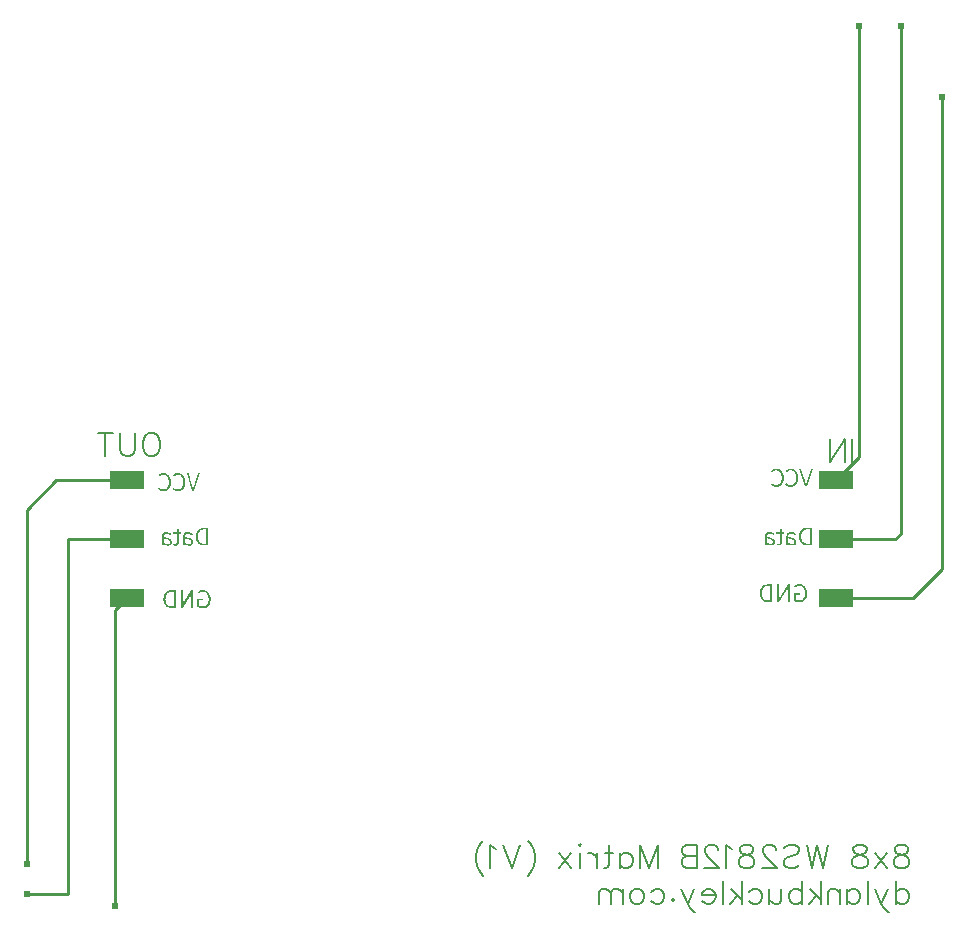
<source format=gbl>
G04 ---------------------------- Layer name :BOTTOM LAYER*
G04 EasyEDA v5.8.22, Sat, 19 Jan 2019 18:17:00 GMT*
G04 b8eca77e87294b629a6419249ffa979f*
G04 Gerber Generator version 0.2*
G04 Scale: 100 percent, Rotated: No, Reflected: No *
G04 Dimensions in millimeters *
G04 leading zeros omitted , absolute positions ,3 integer and 3 decimal *
%FSLAX33Y33*%
%MOMM*%
G90*
G71D02*

%ADD10C,0.254000*%
%ADD12C,0.619760*%
%ADD15C,0.203200*%
%ADD16R,2.999994X1.524000*%

%LPD*%
G54D10*
G01X8999Y3999D02*
G01X8999Y28999D01*
G01X9999Y29999D01*
G01X1501Y5001D02*
G01X5001Y5001D01*
G01X5001Y34998D01*
G01X9999Y34998D01*
G01X1499Y7999D02*
G01X1499Y7499D01*
G01X1501Y37500D01*
G01X4000Y39999D01*
G01X9999Y39999D01*
G01X79001Y72498D02*
G01X79001Y32501D01*
G01X76499Y29999D01*
G01X69999Y29999D01*
G01X69999Y34999D02*
G01X74999Y34999D01*
G01X75499Y35499D01*
G01X75499Y78496D01*
G01X75501Y78498D01*
G01X71999Y78499D02*
G01X71999Y41999D01*
G01X69999Y39999D01*

%LPD*%
G36*
G01X64593Y34491D02*
G01X64528Y34486D01*
G01X64476Y34489D01*
G01X64426Y34498D01*
G01X64377Y34513D01*
G01X64330Y34532D01*
G01X64284Y34556D01*
G01X64240Y34583D01*
G01X64197Y34613D01*
G01X64157Y34646D01*
G01X64152Y34646D01*
G01X64137Y34511D01*
G01X63999Y34511D01*
G01X63999Y35192D01*
G01X64001Y35256D01*
G01X64009Y35316D01*
G01X64020Y35373D01*
G01X64037Y35424D01*
G01X64059Y35471D01*
G01X64086Y35513D01*
G01X64119Y35549D01*
G01X64157Y35580D01*
G01X64202Y35604D01*
G01X64252Y35621D01*
G01X64309Y35633D01*
G01X64373Y35636D01*
G01X64437Y35633D01*
G01X64500Y35622D01*
G01X64559Y35607D01*
G01X64616Y35587D01*
G01X64668Y35565D01*
G01X64717Y35541D01*
G01X64760Y35516D01*
G01X64799Y35491D01*
G01X64731Y35377D01*
G01X64663Y35421D01*
G01X64584Y35460D01*
G01X64494Y35488D01*
G01X64398Y35499D01*
G01X64334Y35492D01*
G01X64282Y35474D01*
G01X64241Y35445D01*
G01X64210Y35407D01*
G01X64188Y35362D01*
G01X64174Y35313D01*
G01X64166Y35259D01*
G01X64164Y35204D01*
G01X64250Y35194D01*
G01X64330Y35181D01*
G01X64403Y35167D01*
G01X64470Y35152D01*
G01X64532Y35134D01*
G01X64588Y35114D01*
G01X64637Y35093D01*
G01X64682Y35069D01*
G01X64721Y35043D01*
G01X64754Y35015D01*
G01X64782Y34984D01*
G01X64805Y34951D01*
G01X64823Y34916D01*
G01X64836Y34878D01*
G01X64843Y34837D01*
G01X64845Y34793D01*
G01X64839Y34723D01*
G01X64821Y34661D01*
G01X64792Y34609D01*
G01X64754Y34565D01*
G01X64708Y34531D01*
G01X64653Y34506D01*
G01X64593Y34491D01*
G37*

%LPC*%
G36*
G01X64401Y34627D02*
G01X64482Y34618D01*
G01X64561Y34628D01*
G01X64625Y34661D01*
G01X64669Y34718D01*
G01X64685Y34803D01*
G01X64682Y34839D01*
G01X64673Y34873D01*
G01X64658Y34905D01*
G01X64636Y34935D01*
G01X64607Y34962D01*
G01X64570Y34987D01*
G01X64526Y35010D01*
G01X64472Y35031D01*
G01X64410Y35049D01*
G01X64338Y35066D01*
G01X64256Y35080D01*
G01X64164Y35093D01*
G01X64164Y34770D01*
G01X64245Y34705D01*
G01X64323Y34657D01*
G01X64401Y34627D01*
G37*

%LPD*%
G36*
G01X65222Y34492D02*
G01X65142Y34486D01*
G01X65095Y34489D01*
G01X65044Y34498D01*
G01X64995Y34511D01*
G01X64947Y34526D01*
G01X64980Y34648D01*
G01X65009Y34638D01*
G01X65042Y34629D01*
G01X65076Y34623D01*
G01X65109Y34620D01*
G01X65191Y34635D01*
G01X65243Y34678D01*
G01X65271Y34746D01*
G01X65280Y34836D01*
G01X65280Y35471D01*
G01X64977Y35471D01*
G01X64977Y35608D01*
G01X65280Y35608D01*
G01X65280Y35918D01*
G01X65422Y35918D01*
G01X65440Y35608D01*
G01X65612Y35598D01*
G01X65612Y35471D01*
G01X65445Y35471D01*
G01X65445Y34841D01*
G01X65441Y34764D01*
G01X65430Y34695D01*
G01X65410Y34635D01*
G01X65380Y34583D01*
G01X65339Y34542D01*
G01X65287Y34511D01*
G01X65222Y34492D01*
G37*

%LPC*%

%LPD*%
G36*
G01X66399Y34491D02*
G01X66334Y34486D01*
G01X66282Y34489D01*
G01X66232Y34498D01*
G01X66183Y34513D01*
G01X66136Y34532D01*
G01X66090Y34556D01*
G01X66046Y34583D01*
G01X66003Y34613D01*
G01X65963Y34646D01*
G01X65958Y34646D01*
G01X65942Y34511D01*
G01X65808Y34511D01*
G01X65808Y35192D01*
G01X65810Y35256D01*
G01X65817Y35316D01*
G01X65828Y35373D01*
G01X65845Y35424D01*
G01X65866Y35471D01*
G01X65893Y35513D01*
G01X65926Y35549D01*
G01X65964Y35580D01*
G01X66008Y35604D01*
G01X66059Y35621D01*
G01X66115Y35633D01*
G01X66179Y35636D01*
G01X66244Y35633D01*
G01X66307Y35622D01*
G01X66366Y35607D01*
G01X66423Y35587D01*
G01X66475Y35565D01*
G01X66523Y35541D01*
G01X66567Y35516D01*
G01X66605Y35491D01*
G01X66539Y35377D01*
G01X66470Y35421D01*
G01X66390Y35460D01*
G01X66301Y35488D01*
G01X66204Y35499D01*
G01X66140Y35492D01*
G01X66088Y35474D01*
G01X66048Y35445D01*
G01X66017Y35407D01*
G01X65995Y35362D01*
G01X65981Y35313D01*
G01X65973Y35259D01*
G01X65970Y35204D01*
G01X66056Y35194D01*
G01X66136Y35181D01*
G01X66209Y35167D01*
G01X66276Y35152D01*
G01X66338Y35134D01*
G01X66394Y35114D01*
G01X66444Y35093D01*
G01X66489Y35069D01*
G01X66528Y35043D01*
G01X66562Y35015D01*
G01X66590Y34984D01*
G01X66614Y34951D01*
G01X66631Y34916D01*
G01X66644Y34878D01*
G01X66651Y34837D01*
G01X66654Y34793D01*
G01X66647Y34723D01*
G01X66629Y34661D01*
G01X66600Y34609D01*
G01X66561Y34565D01*
G01X66514Y34531D01*
G01X66460Y34506D01*
G01X66399Y34491D01*
G37*

%LPC*%
G36*
G01X66207Y34627D02*
G01X66288Y34618D01*
G01X66367Y34628D01*
G01X66431Y34661D01*
G01X66475Y34718D01*
G01X66491Y34803D01*
G01X66488Y34839D01*
G01X66479Y34873D01*
G01X66464Y34905D01*
G01X66442Y34935D01*
G01X66413Y34962D01*
G01X66376Y34987D01*
G01X66332Y35010D01*
G01X66278Y35031D01*
G01X66216Y35049D01*
G01X66144Y35066D01*
G01X66062Y35080D01*
G01X65970Y35093D01*
G01X65970Y34770D01*
G01X66051Y34705D01*
G01X66129Y34657D01*
G01X66207Y34627D01*
G37*

%LPD*%
G36*
G01X67954Y34511D02*
G01X67583Y34511D01*
G01X67517Y34513D01*
G01X67454Y34519D01*
G01X67394Y34530D01*
G01X67338Y34544D01*
G01X67285Y34562D01*
G01X67235Y34585D01*
G01X67189Y34611D01*
G01X67146Y34640D01*
G01X67106Y34674D01*
G01X67070Y34710D01*
G01X67037Y34751D01*
G01X67007Y34794D01*
G01X66981Y34842D01*
G01X66958Y34892D01*
G01X66939Y34946D01*
G01X66923Y35003D01*
G01X66911Y35063D01*
G01X66902Y35126D01*
G01X66896Y35192D01*
G01X66895Y35260D01*
G01X66896Y35329D01*
G01X66902Y35394D01*
G01X66911Y35457D01*
G01X66923Y35517D01*
G01X66939Y35573D01*
G01X66958Y35626D01*
G01X66981Y35676D01*
G01X67007Y35723D01*
G01X67037Y35765D01*
G01X67070Y35805D01*
G01X67107Y35841D01*
G01X67147Y35874D01*
G01X67190Y35903D01*
G01X67237Y35928D01*
G01X67287Y35950D01*
G01X67340Y35967D01*
G01X67397Y35981D01*
G01X67458Y35991D01*
G01X67521Y35997D01*
G01X67588Y35999D01*
G01X67954Y35999D01*
G01X67954Y34511D01*
G37*

%LPC*%
G36*
G01X67538Y34651D02*
G01X67604Y34648D01*
G01X67787Y34648D01*
G01X67787Y35860D01*
G01X67604Y35860D01*
G01X67538Y35857D01*
G01X67476Y35850D01*
G01X67419Y35837D01*
G01X67366Y35820D01*
G01X67318Y35797D01*
G01X67274Y35770D01*
G01X67235Y35739D01*
G01X67199Y35703D01*
G01X67168Y35662D01*
G01X67141Y35617D01*
G01X67119Y35568D01*
G01X67100Y35515D01*
G01X67086Y35457D01*
G01X67076Y35395D01*
G01X67070Y35330D01*
G01X67068Y35260D01*
G01X67070Y35191D01*
G01X67076Y35125D01*
G01X67086Y35063D01*
G01X67100Y35005D01*
G01X67119Y34950D01*
G01X67141Y34900D01*
G01X67168Y34854D01*
G01X67199Y34812D01*
G01X67235Y34775D01*
G01X67274Y34742D01*
G01X67318Y34714D01*
G01X67366Y34690D01*
G01X67419Y34672D01*
G01X67476Y34659D01*
G01X67538Y34651D01*
G37*

%LPD*%
G54D15*
G01X12228Y43999D02*
G01X12413Y43907D01*
G01X12598Y43722D01*
G01X12690Y43538D01*
G01X12783Y43261D01*
G01X12783Y42799D01*
G01X12690Y42522D01*
G01X12598Y42337D01*
G01X12413Y42152D01*
G01X12228Y42060D01*
G01X11859Y42060D01*
G01X11674Y42152D01*
G01X11490Y42337D01*
G01X11397Y42522D01*
G01X11305Y42799D01*
G01X11305Y43261D01*
G01X11397Y43538D01*
G01X11490Y43722D01*
G01X11674Y43907D01*
G01X11859Y43999D01*
G01X12228Y43999D01*
G01X10695Y43999D02*
G01X10695Y42614D01*
G01X10603Y42337D01*
G01X10418Y42152D01*
G01X10141Y42060D01*
G01X9956Y42060D01*
G01X9679Y42152D01*
G01X9495Y42337D01*
G01X9402Y42614D01*
G01X9402Y43999D01*
G01X8146Y43999D02*
G01X8146Y42060D01*
G01X8793Y43999D02*
G01X7499Y43999D01*
G01X71402Y43499D02*
G01X71402Y41560D01*
G01X70793Y43499D02*
G01X70793Y41560D01*
G01X70793Y43499D02*
G01X69499Y41560D01*
G01X69499Y43499D02*
G01X69499Y41560D01*
G01X75760Y9131D02*
G01X76040Y9037D01*
G01X76131Y8854D01*
G01X76131Y8669D01*
G01X76040Y8484D01*
G01X75854Y8392D01*
G01X75484Y8298D01*
G01X75207Y8207D01*
G01X75024Y8021D01*
G01X74930Y7838D01*
G01X74930Y7559D01*
G01X75024Y7376D01*
G01X75115Y7282D01*
G01X75392Y7191D01*
G01X75760Y7191D01*
G01X76040Y7282D01*
G01X76131Y7376D01*
G01X76223Y7559D01*
G01X76223Y7838D01*
G01X76131Y8021D01*
G01X75946Y8207D01*
G01X75669Y8298D01*
G01X75301Y8392D01*
G01X75115Y8484D01*
G01X75024Y8669D01*
G01X75024Y8854D01*
G01X75115Y9037D01*
G01X75392Y9131D01*
G01X75760Y9131D01*
G01X74320Y8484D02*
G01X73304Y7191D01*
G01X73304Y8484D02*
G01X74320Y7191D01*
G01X72232Y9131D02*
G01X72509Y9037D01*
G01X72603Y8854D01*
G01X72603Y8669D01*
G01X72509Y8484D01*
G01X72326Y8392D01*
G01X71956Y8298D01*
G01X71679Y8207D01*
G01X71493Y8021D01*
G01X71402Y7838D01*
G01X71402Y7559D01*
G01X71493Y7376D01*
G01X71587Y7282D01*
G01X71864Y7191D01*
G01X72232Y7191D01*
G01X72509Y7282D01*
G01X72603Y7376D01*
G01X72695Y7559D01*
G01X72695Y7838D01*
G01X72603Y8021D01*
G01X72418Y8207D01*
G01X72141Y8298D01*
G01X71773Y8392D01*
G01X71587Y8484D01*
G01X71493Y8669D01*
G01X71493Y8854D01*
G01X71587Y9037D01*
G01X71864Y9131D01*
G01X72232Y9131D01*
G01X69370Y9131D02*
G01X68908Y7191D01*
G01X68445Y9131D02*
G01X68908Y7191D01*
G01X68445Y9131D02*
G01X67986Y7191D01*
G01X67523Y9131D02*
G01X67986Y7191D01*
G01X65621Y8854D02*
G01X65804Y9037D01*
G01X66083Y9131D01*
G01X66451Y9131D01*
G01X66728Y9037D01*
G01X66914Y8854D01*
G01X66914Y8669D01*
G01X66820Y8484D01*
G01X66728Y8392D01*
G01X66543Y8298D01*
G01X65989Y8115D01*
G01X65804Y8021D01*
G01X65712Y7930D01*
G01X65621Y7744D01*
G01X65621Y7468D01*
G01X65804Y7282D01*
G01X66083Y7191D01*
G01X66451Y7191D01*
G01X66728Y7282D01*
G01X66914Y7468D01*
G01X64917Y8669D02*
G01X64917Y8760D01*
G01X64826Y8946D01*
G01X64734Y9037D01*
G01X64549Y9131D01*
G01X64178Y9131D01*
G01X63995Y9037D01*
G01X63901Y8946D01*
G01X63810Y8760D01*
G01X63810Y8575D01*
G01X63901Y8392D01*
G01X64087Y8115D01*
G01X65011Y7191D01*
G01X63718Y7191D01*
G01X62646Y9131D02*
G01X62923Y9037D01*
G01X63015Y8854D01*
G01X63015Y8669D01*
G01X62923Y8484D01*
G01X62738Y8392D01*
G01X62370Y8298D01*
G01X62093Y8207D01*
G01X61907Y8021D01*
G01X61816Y7838D01*
G01X61816Y7559D01*
G01X61907Y7376D01*
G01X61999Y7282D01*
G01X62276Y7191D01*
G01X62646Y7191D01*
G01X62923Y7282D01*
G01X63015Y7376D01*
G01X63109Y7559D01*
G01X63109Y7838D01*
G01X63015Y8021D01*
G01X62832Y8207D01*
G01X62552Y8298D01*
G01X62184Y8392D01*
G01X61999Y8484D01*
G01X61907Y8669D01*
G01X61907Y8854D01*
G01X61999Y9037D01*
G01X62276Y9131D01*
G01X62646Y9131D01*
G01X61206Y8760D02*
G01X61021Y8854D01*
G01X60744Y9131D01*
G01X60744Y7191D01*
G01X60040Y8669D02*
G01X60040Y8760D01*
G01X59949Y8946D01*
G01X59858Y9037D01*
G01X59672Y9131D01*
G01X59301Y9131D01*
G01X59118Y9037D01*
G01X59024Y8946D01*
G01X58933Y8760D01*
G01X58933Y8575D01*
G01X59024Y8392D01*
G01X59210Y8115D01*
G01X60134Y7191D01*
G01X58842Y7191D01*
G01X58232Y9131D02*
G01X58232Y7191D01*
G01X58232Y9131D02*
G01X57399Y9131D01*
G01X57122Y9037D01*
G01X57031Y8946D01*
G01X56939Y8760D01*
G01X56939Y8575D01*
G01X57031Y8392D01*
G01X57122Y8298D01*
G01X57399Y8207D01*
G01X58232Y8207D02*
G01X57399Y8207D01*
G01X57122Y8115D01*
G01X57031Y8021D01*
G01X56939Y7838D01*
G01X56939Y7559D01*
G01X57031Y7376D01*
G01X57122Y7282D01*
G01X57399Y7191D01*
G01X58232Y7191D01*
G01X54907Y9131D02*
G01X54907Y7191D01*
G01X54907Y9131D02*
G01X54168Y7191D01*
G01X53429Y9131D02*
G01X54168Y7191D01*
G01X53429Y9131D02*
G01X53429Y7191D01*
G01X51709Y8484D02*
G01X51709Y7191D01*
G01X51709Y8207D02*
G01X51895Y8392D01*
G01X52080Y8484D01*
G01X52357Y8484D01*
G01X52542Y8392D01*
G01X52725Y8207D01*
G01X52819Y7930D01*
G01X52819Y7744D01*
G01X52725Y7468D01*
G01X52542Y7282D01*
G01X52357Y7191D01*
G01X52080Y7191D01*
G01X51895Y7282D01*
G01X51709Y7468D01*
G01X50823Y9131D02*
G01X50823Y7559D01*
G01X50731Y7282D01*
G01X50546Y7191D01*
G01X50360Y7191D01*
G01X51100Y8484D02*
G01X50454Y8484D01*
G01X49751Y8484D02*
G01X49751Y7191D01*
G01X49751Y7930D02*
G01X49659Y8207D01*
G01X49474Y8392D01*
G01X49291Y8484D01*
G01X49014Y8484D01*
G01X48405Y9131D02*
G01X48311Y9037D01*
G01X48219Y9131D01*
G01X48311Y9223D01*
G01X48405Y9131D01*
G01X48311Y8484D02*
G01X48311Y7191D01*
G01X47610Y8484D02*
G01X46594Y7191D01*
G01X46594Y8484D02*
G01X47610Y7191D01*
G01X43914Y9500D02*
G01X44099Y9314D01*
G01X44285Y9037D01*
G01X44468Y8669D01*
G01X44562Y8207D01*
G01X44562Y7838D01*
G01X44468Y7376D01*
G01X44285Y7005D01*
G01X44099Y6728D01*
G01X43914Y6543D01*
G01X43304Y9131D02*
G01X42565Y7191D01*
G01X41826Y9131D02*
G01X42565Y7191D01*
G01X41216Y8760D02*
G01X41034Y8854D01*
G01X40757Y9131D01*
G01X40757Y7191D01*
G01X40147Y9500D02*
G01X39962Y9314D01*
G01X39776Y9037D01*
G01X39591Y8669D01*
G01X39499Y8207D01*
G01X39499Y7838D01*
G01X39591Y7376D01*
G01X39776Y7005D01*
G01X39962Y6728D01*
G01X40147Y6543D01*
G01X75115Y6083D02*
G01X75115Y4143D01*
G01X75115Y5159D02*
G01X75301Y5344D01*
G01X75484Y5436D01*
G01X75760Y5436D01*
G01X75946Y5344D01*
G01X76131Y5159D01*
G01X76223Y4882D01*
G01X76223Y4696D01*
G01X76131Y4420D01*
G01X75946Y4234D01*
G01X75760Y4143D01*
G01X75484Y4143D01*
G01X75301Y4234D01*
G01X75115Y4420D01*
G01X74414Y5436D02*
G01X73858Y4143D01*
G01X73304Y5436D02*
G01X73858Y4143D01*
G01X74043Y3774D01*
G01X74229Y3589D01*
G01X74414Y3495D01*
G01X74506Y3495D01*
G01X72695Y6083D02*
G01X72695Y4143D01*
G01X70978Y5436D02*
G01X70978Y4143D01*
G01X70978Y5159D02*
G01X71163Y5344D01*
G01X71346Y5436D01*
G01X71623Y5436D01*
G01X71808Y5344D01*
G01X71994Y5159D01*
G01X72085Y4882D01*
G01X72085Y4696D01*
G01X71994Y4420D01*
G01X71808Y4234D01*
G01X71623Y4143D01*
G01X71346Y4143D01*
G01X71163Y4234D01*
G01X70978Y4420D01*
G01X70368Y5436D02*
G01X70368Y4143D01*
G01X70368Y5067D02*
G01X70091Y5344D01*
G01X69906Y5436D01*
G01X69629Y5436D01*
G01X69443Y5344D01*
G01X69352Y5067D01*
G01X69352Y4143D01*
G01X68742Y6083D02*
G01X68742Y4143D01*
G01X67818Y5436D02*
G01X68742Y4511D01*
G01X68372Y4882D02*
G01X67726Y4143D01*
G01X67117Y6083D02*
G01X67117Y4143D01*
G01X67117Y5159D02*
G01X66931Y5344D01*
G01X66746Y5436D01*
G01X66469Y5436D01*
G01X66286Y5344D01*
G01X66101Y5159D01*
G01X66007Y4882D01*
G01X66007Y4696D01*
G01X66101Y4420D01*
G01X66286Y4234D01*
G01X66469Y4143D01*
G01X66746Y4143D01*
G01X66931Y4234D01*
G01X67117Y4420D01*
G01X65397Y5436D02*
G01X65397Y4511D01*
G01X65306Y4234D01*
G01X65120Y4143D01*
G01X64844Y4143D01*
G01X64661Y4234D01*
G01X64381Y4511D01*
G01X64381Y5436D02*
G01X64381Y4143D01*
G01X62664Y5159D02*
G01X62850Y5344D01*
G01X63035Y5436D01*
G01X63312Y5436D01*
G01X63495Y5344D01*
G01X63680Y5159D01*
G01X63772Y4882D01*
G01X63772Y4696D01*
G01X63680Y4420D01*
G01X63495Y4234D01*
G01X63312Y4143D01*
G01X63035Y4143D01*
G01X62850Y4234D01*
G01X62664Y4420D01*
G01X62055Y6083D02*
G01X62055Y4143D01*
G01X61130Y5436D02*
G01X62055Y4511D01*
G01X61686Y4882D02*
G01X61039Y4143D01*
G01X60429Y6083D02*
G01X60429Y4143D01*
G01X59819Y4882D02*
G01X58712Y4882D01*
G01X58712Y5067D01*
G01X58803Y5250D01*
G01X58895Y5344D01*
G01X59080Y5436D01*
G01X59357Y5436D01*
G01X59543Y5344D01*
G01X59728Y5159D01*
G01X59819Y4882D01*
G01X59819Y4696D01*
G01X59728Y4420D01*
G01X59543Y4234D01*
G01X59357Y4143D01*
G01X59080Y4143D01*
G01X58895Y4234D01*
G01X58712Y4420D01*
G01X58008Y5436D02*
G01X57455Y4143D01*
G01X56901Y5436D02*
G01X57455Y4143D01*
G01X57640Y3774D01*
G01X57826Y3589D01*
G01X58008Y3495D01*
G01X58102Y3495D01*
G01X56200Y4605D02*
G01X56291Y4511D01*
G01X56200Y4420D01*
G01X56106Y4511D01*
G01X56200Y4605D01*
G01X54389Y5159D02*
G01X54574Y5344D01*
G01X54757Y5436D01*
G01X55034Y5436D01*
G01X55219Y5344D01*
G01X55405Y5159D01*
G01X55496Y4882D01*
G01X55496Y4696D01*
G01X55405Y4420D01*
G01X55219Y4234D01*
G01X55034Y4143D01*
G01X54757Y4143D01*
G01X54574Y4234D01*
G01X54389Y4420D01*
G01X53317Y5436D02*
G01X53502Y5344D01*
G01X53688Y5159D01*
G01X53779Y4882D01*
G01X53779Y4696D01*
G01X53688Y4420D01*
G01X53502Y4234D01*
G01X53317Y4143D01*
G01X53040Y4143D01*
G01X52855Y4234D01*
G01X52672Y4420D01*
G01X52578Y4696D01*
G01X52578Y4882D01*
G01X52672Y5159D01*
G01X52855Y5344D01*
G01X53040Y5436D01*
G01X53317Y5436D01*
G01X51968Y5436D02*
G01X51968Y4143D01*
G01X51968Y5067D02*
G01X51691Y5344D01*
G01X51506Y5436D01*
G01X51229Y5436D01*
G01X51046Y5344D01*
G01X50952Y5067D01*
G01X50952Y4143D01*
G01X50952Y5067D02*
G01X50675Y5344D01*
G01X50490Y5436D01*
G01X50213Y5436D01*
G01X50030Y5344D01*
G01X49936Y5067D01*
G01X49936Y4143D01*

%LPD*%
G36*
G01X65006Y39462D02*
G01X64951Y39460D01*
G01X64881Y39463D01*
G01X64816Y39474D01*
G01X64754Y39491D01*
G01X64696Y39515D01*
G01X64642Y39546D01*
G01X64591Y39582D01*
G01X64544Y39625D01*
G01X64499Y39673D01*
G01X64591Y39777D01*
G01X64628Y39739D01*
G01X64667Y39705D01*
G01X64708Y39676D01*
G01X64750Y39651D01*
G01X64795Y39633D01*
G01X64842Y39619D01*
G01X64891Y39610D01*
G01X64944Y39607D01*
G01X64998Y39610D01*
G01X65048Y39618D01*
G01X65096Y39632D01*
G01X65141Y39651D01*
G01X65184Y39675D01*
G01X65223Y39704D01*
G01X65258Y39738D01*
G01X65291Y39776D01*
G01X65320Y39819D01*
G01X65346Y39866D01*
G01X65367Y39918D01*
G01X65386Y39973D01*
G01X65400Y40032D01*
G01X65411Y40095D01*
G01X65417Y40162D01*
G01X65419Y40232D01*
G01X65417Y40303D01*
G01X65410Y40369D01*
G01X65399Y40432D01*
G01X65385Y40491D01*
G01X65366Y40546D01*
G01X65343Y40597D01*
G01X65317Y40644D01*
G01X65287Y40686D01*
G01X65254Y40724D01*
G01X65218Y40757D01*
G01X65177Y40786D01*
G01X65135Y40809D01*
G01X65089Y40828D01*
G01X65041Y40841D01*
G01X64990Y40849D01*
G01X64936Y40852D01*
G01X64844Y40842D01*
G01X64762Y40812D01*
G01X64691Y40768D01*
G01X64629Y40710D01*
G01X64535Y40819D01*
G01X64570Y40854D01*
G01X64609Y40887D01*
G01X64653Y40917D01*
G01X64701Y40944D01*
G01X64755Y40967D01*
G01X64812Y40984D01*
G01X64873Y40996D01*
G01X64939Y40999D01*
G01X64995Y40997D01*
G01X65048Y40991D01*
G01X65101Y40980D01*
G01X65151Y40965D01*
G01X65199Y40946D01*
G01X65245Y40923D01*
G01X65290Y40897D01*
G01X65331Y40866D01*
G01X65370Y40832D01*
G01X65406Y40793D01*
G01X65440Y40752D01*
G01X65470Y40707D01*
G01X65497Y40658D01*
G01X65522Y40606D01*
G01X65543Y40552D01*
G01X65560Y40493D01*
G01X65574Y40432D01*
G01X65583Y40367D01*
G01X65589Y40300D01*
G01X65591Y40230D01*
G01X65589Y40159D01*
G01X65584Y40091D01*
G01X65574Y40026D01*
G01X65560Y39964D01*
G01X65543Y39906D01*
G01X65523Y39851D01*
G01X65499Y39799D01*
G01X65473Y39751D01*
G01X65443Y39705D01*
G01X65410Y39664D01*
G01X65374Y39626D01*
G01X65336Y39592D01*
G01X65295Y39562D01*
G01X65252Y39535D01*
G01X65207Y39513D01*
G01X65160Y39494D01*
G01X65110Y39479D01*
G01X65059Y39469D01*
G01X65006Y39462D01*
G37*

%LPC*%

%LPD*%
G36*
G01X66233Y39462D02*
G01X66178Y39460D01*
G01X66108Y39463D01*
G01X66043Y39474D01*
G01X65981Y39491D01*
G01X65923Y39515D01*
G01X65869Y39546D01*
G01X65818Y39582D01*
G01X65771Y39625D01*
G01X65726Y39673D01*
G01X65820Y39777D01*
G01X65857Y39739D01*
G01X65895Y39705D01*
G01X65935Y39676D01*
G01X65978Y39651D01*
G01X66022Y39633D01*
G01X66068Y39619D01*
G01X66118Y39610D01*
G01X66171Y39607D01*
G01X66224Y39610D01*
G01X66275Y39618D01*
G01X66323Y39632D01*
G01X66368Y39651D01*
G01X66410Y39675D01*
G01X66449Y39704D01*
G01X66485Y39738D01*
G01X66518Y39776D01*
G01X66547Y39819D01*
G01X66572Y39866D01*
G01X66594Y39918D01*
G01X66613Y39973D01*
G01X66627Y40032D01*
G01X66637Y40095D01*
G01X66644Y40162D01*
G01X66646Y40232D01*
G01X66644Y40303D01*
G01X66637Y40369D01*
G01X66626Y40432D01*
G01X66612Y40491D01*
G01X66593Y40546D01*
G01X66570Y40597D01*
G01X66544Y40644D01*
G01X66514Y40686D01*
G01X66481Y40724D01*
G01X66445Y40757D01*
G01X66405Y40786D01*
G01X66363Y40809D01*
G01X66317Y40828D01*
G01X66270Y40841D01*
G01X66219Y40849D01*
G01X66165Y40852D01*
G01X66072Y40842D01*
G01X65990Y40812D01*
G01X65918Y40768D01*
G01X65856Y40710D01*
G01X65762Y40819D01*
G01X65797Y40854D01*
G01X65836Y40887D01*
G01X65880Y40917D01*
G01X65928Y40944D01*
G01X65982Y40967D01*
G01X66038Y40984D01*
G01X66100Y40996D01*
G01X66165Y40999D01*
G01X66221Y40997D01*
G01X66275Y40991D01*
G01X66328Y40980D01*
G01X66378Y40965D01*
G01X66426Y40946D01*
G01X66472Y40923D01*
G01X66517Y40897D01*
G01X66558Y40866D01*
G01X66597Y40832D01*
G01X66633Y40793D01*
G01X66666Y40752D01*
G01X66697Y40707D01*
G01X66724Y40658D01*
G01X66749Y40606D01*
G01X66769Y40552D01*
G01X66787Y40493D01*
G01X66800Y40432D01*
G01X66810Y40367D01*
G01X66816Y40300D01*
G01X66818Y40230D01*
G01X66816Y40159D01*
G01X66811Y40091D01*
G01X66800Y40026D01*
G01X66787Y39964D01*
G01X66770Y39906D01*
G01X66750Y39851D01*
G01X66726Y39799D01*
G01X66699Y39751D01*
G01X66669Y39705D01*
G01X66636Y39664D01*
G01X66601Y39626D01*
G01X66563Y39592D01*
G01X66522Y39562D01*
G01X66479Y39535D01*
G01X66434Y39513D01*
G01X66386Y39494D01*
G01X66337Y39479D01*
G01X66286Y39469D01*
G01X66233Y39462D01*
G37*

%LPC*%

%LPD*%
G36*
G01X67588Y39485D02*
G01X67395Y39485D01*
G01X66917Y40974D01*
G01X67090Y40974D01*
G01X67334Y40151D01*
G01X67354Y40087D01*
G01X67373Y40025D01*
G01X67391Y39965D01*
G01X67425Y39847D01*
G01X67444Y39787D01*
G01X67463Y39725D01*
G01X67484Y39661D01*
G01X67491Y39661D01*
G01X67512Y39725D01*
G01X67531Y39787D01*
G01X67550Y39847D01*
G01X67584Y39965D01*
G01X67602Y40025D01*
G01X67619Y40087D01*
G01X67639Y40151D01*
G01X67888Y40974D01*
G01X68065Y40974D01*
G01X67588Y39485D01*
G37*

%LPC*%

%LPD*%

%LPD*%
G36*
G01X66966Y29684D02*
G01X66908Y29682D01*
G01X66835Y29685D01*
G01X66765Y29695D01*
G01X66701Y29710D01*
G01X66640Y29730D01*
G01X66585Y29755D01*
G01X66535Y29784D01*
G01X66490Y29817D01*
G01X66451Y29852D01*
G01X66451Y30469D01*
G01X66931Y30469D01*
G01X66931Y30330D01*
G01X66608Y30330D01*
G01X66608Y29923D01*
G01X66662Y29884D01*
G01X66730Y29854D01*
G01X66808Y29836D01*
G01X66890Y29829D01*
G01X66949Y29832D01*
G01X67005Y29840D01*
G01X67057Y29854D01*
G01X67105Y29873D01*
G01X67150Y29897D01*
G01X67192Y29926D01*
G01X67230Y29959D01*
G01X67264Y29998D01*
G01X67294Y30041D01*
G01X67321Y30088D01*
G01X67344Y30139D01*
G01X67362Y30195D01*
G01X67377Y30254D01*
G01X67387Y30317D01*
G01X67394Y30384D01*
G01X67396Y30454D01*
G01X67394Y30524D01*
G01X67387Y30591D01*
G01X67376Y30654D01*
G01X67360Y30713D01*
G01X67341Y30768D01*
G01X67318Y30819D01*
G01X67290Y30866D01*
G01X67259Y30908D01*
G01X67225Y30946D01*
G01X67187Y30979D01*
G01X67145Y31007D01*
G01X67100Y31031D01*
G01X67052Y31049D01*
G01X67001Y31063D01*
G01X66947Y31071D01*
G01X66890Y31074D01*
G01X66785Y31063D01*
G01X66697Y31032D01*
G01X66624Y30987D01*
G01X66563Y30932D01*
G01X66471Y31041D01*
G01X66505Y31073D01*
G01X66544Y31105D01*
G01X66588Y31136D01*
G01X66638Y31163D01*
G01X66693Y31187D01*
G01X66754Y31205D01*
G01X66822Y31217D01*
G01X66895Y31221D01*
G01X66953Y31219D01*
G01X67009Y31213D01*
G01X67064Y31202D01*
G01X67115Y31187D01*
G01X67166Y31168D01*
G01X67213Y31145D01*
G01X67259Y31119D01*
G01X67301Y31088D01*
G01X67342Y31054D01*
G01X67379Y31015D01*
G01X67413Y30974D01*
G01X67444Y30929D01*
G01X67473Y30880D01*
G01X67497Y30828D01*
G01X67518Y30773D01*
G01X67536Y30715D01*
G01X67550Y30654D01*
G01X67560Y30589D01*
G01X67567Y30522D01*
G01X67569Y30452D01*
G01X67567Y30380D01*
G01X67560Y30313D01*
G01X67551Y30248D01*
G01X67537Y30186D01*
G01X67520Y30127D01*
G01X67499Y30073D01*
G01X67475Y30021D01*
G01X67448Y29972D01*
G01X67418Y29927D01*
G01X67384Y29886D01*
G01X67348Y29848D01*
G01X67308Y29814D01*
G01X67267Y29784D01*
G01X67222Y29757D01*
G01X67175Y29734D01*
G01X67126Y29715D01*
G01X67075Y29701D01*
G01X67021Y29691D01*
G01X66966Y29684D01*
G37*

%LPC*%

%LPD*%
G36*
G01X64632Y29707D02*
G01X64262Y29707D01*
G01X64195Y29709D01*
G01X64132Y29715D01*
G01X64073Y29726D01*
G01X64016Y29740D01*
G01X63963Y29759D01*
G01X63914Y29781D01*
G01X63867Y29807D01*
G01X63824Y29836D01*
G01X63784Y29870D01*
G01X63748Y29907D01*
G01X63715Y29947D01*
G01X63685Y29991D01*
G01X63659Y30038D01*
G01X63636Y30089D01*
G01X63617Y30142D01*
G01X63601Y30199D01*
G01X63589Y30259D01*
G01X63580Y30322D01*
G01X63575Y30388D01*
G01X63573Y30457D01*
G01X63575Y30525D01*
G01X63580Y30591D01*
G01X63589Y30654D01*
G01X63602Y30713D01*
G01X63617Y30769D01*
G01X63637Y30822D01*
G01X63660Y30872D01*
G01X63685Y30919D01*
G01X63715Y30962D01*
G01X63748Y31002D01*
G01X63785Y31038D01*
G01X63825Y31070D01*
G01X63868Y31099D01*
G01X63915Y31125D01*
G01X63965Y31146D01*
G01X64019Y31164D01*
G01X64076Y31177D01*
G01X64136Y31188D01*
G01X64200Y31194D01*
G01X64267Y31196D01*
G01X64632Y31196D01*
G01X64632Y29707D01*
G37*

%LPC*%
G36*
G01X64216Y29847D02*
G01X64282Y29845D01*
G01X64465Y29845D01*
G01X64465Y31056D01*
G01X64282Y31056D01*
G01X64216Y31054D01*
G01X64155Y31046D01*
G01X64098Y31033D01*
G01X64046Y31016D01*
G01X63998Y30994D01*
G01X63954Y30967D01*
G01X63914Y30935D01*
G01X63878Y30899D01*
G01X63847Y30858D01*
G01X63821Y30814D01*
G01X63798Y30764D01*
G01X63779Y30711D01*
G01X63765Y30653D01*
G01X63754Y30592D01*
G01X63748Y30526D01*
G01X63746Y30457D01*
G01X63748Y30388D01*
G01X63754Y30322D01*
G01X63765Y30260D01*
G01X63779Y30201D01*
G01X63798Y30147D01*
G01X63821Y30096D01*
G01X63847Y30050D01*
G01X63878Y30009D01*
G01X63914Y29971D01*
G01X63954Y29938D01*
G01X63998Y29910D01*
G01X64046Y29887D01*
G01X64098Y29868D01*
G01X64155Y29855D01*
G01X64216Y29847D01*
G37*

%LPD*%
G36*
G01X65222Y29707D02*
G01X65049Y29707D01*
G01X65049Y31196D01*
G01X65209Y31196D01*
G01X65209Y30391D01*
G01X65208Y30333D01*
G01X65207Y30275D01*
G01X65204Y30216D01*
G01X65201Y30157D01*
G01X65198Y30099D01*
G01X65194Y30040D01*
G01X65190Y29983D01*
G01X65186Y29926D01*
G01X65196Y29926D01*
G01X65356Y30231D01*
G01X65920Y31196D01*
G01X66093Y31196D01*
G01X66093Y29707D01*
G01X65933Y29707D01*
G01X65933Y30523D01*
G01X65933Y30581D01*
G01X65935Y30638D01*
G01X65940Y30752D01*
G01X65943Y30808D01*
G01X65947Y30864D01*
G01X65950Y30919D01*
G01X65953Y30975D01*
G01X65943Y30975D01*
G01X65780Y30670D01*
G01X65222Y29707D01*
G37*

%LPC*%

%LPD*%

%LPD*%
G36*
G01X13119Y39090D02*
G01X13064Y39088D01*
G01X12994Y39092D01*
G01X12928Y39102D01*
G01X12867Y39119D01*
G01X12809Y39143D01*
G01X12754Y39173D01*
G01X12704Y39210D01*
G01X12656Y39253D01*
G01X12612Y39301D01*
G01X12704Y39406D01*
G01X12741Y39367D01*
G01X12780Y39333D01*
G01X12820Y39303D01*
G01X12863Y39280D01*
G01X12907Y39260D01*
G01X12955Y39247D01*
G01X13004Y39238D01*
G01X13057Y39235D01*
G01X13110Y39238D01*
G01X13161Y39247D01*
G01X13209Y39260D01*
G01X13254Y39279D01*
G01X13296Y39303D01*
G01X13336Y39332D01*
G01X13371Y39365D01*
G01X13404Y39404D01*
G01X13433Y39447D01*
G01X13458Y39494D01*
G01X13480Y39545D01*
G01X13499Y39601D01*
G01X13513Y39660D01*
G01X13523Y39723D01*
G01X13530Y39790D01*
G01X13532Y39860D01*
G01X13530Y39930D01*
G01X13523Y39997D01*
G01X13512Y40060D01*
G01X13497Y40119D01*
G01X13478Y40174D01*
G01X13456Y40225D01*
G01X13429Y40272D01*
G01X13400Y40314D01*
G01X13367Y40351D01*
G01X13330Y40385D01*
G01X13290Y40413D01*
G01X13248Y40437D01*
G01X13202Y40456D01*
G01X13154Y40469D01*
G01X13102Y40477D01*
G01X13049Y40480D01*
G01X12957Y40469D01*
G01X12875Y40440D01*
G01X12804Y40395D01*
G01X12742Y40338D01*
G01X12648Y40447D01*
G01X12682Y40482D01*
G01X12722Y40515D01*
G01X12766Y40545D01*
G01X12814Y40572D01*
G01X12867Y40595D01*
G01X12925Y40612D01*
G01X12986Y40623D01*
G01X13052Y40627D01*
G01X13107Y40625D01*
G01X13161Y40619D01*
G01X13214Y40608D01*
G01X13264Y40593D01*
G01X13312Y40574D01*
G01X13358Y40551D01*
G01X13402Y40524D01*
G01X13444Y40494D01*
G01X13483Y40460D01*
G01X13519Y40422D01*
G01X13552Y40380D01*
G01X13583Y40335D01*
G01X13610Y40286D01*
G01X13634Y40235D01*
G01X13655Y40179D01*
G01X13672Y40121D01*
G01X13686Y40059D01*
G01X13696Y39995D01*
G01X13702Y39928D01*
G01X13704Y39858D01*
G01X13702Y39787D01*
G01X13696Y39718D01*
G01X13687Y39654D01*
G01X13673Y39592D01*
G01X13656Y39534D01*
G01X13636Y39479D01*
G01X13612Y39426D01*
G01X13585Y39378D01*
G01X13555Y39333D01*
G01X13522Y39292D01*
G01X13487Y39254D01*
G01X13449Y39220D01*
G01X13408Y39190D01*
G01X13365Y39163D01*
G01X13320Y39140D01*
G01X13272Y39122D01*
G01X13223Y39107D01*
G01X13171Y39097D01*
G01X13119Y39090D01*
G37*

%LPC*%

%LPD*%
G36*
G01X14345Y39090D02*
G01X14291Y39088D01*
G01X14221Y39092D01*
G01X14155Y39102D01*
G01X14093Y39119D01*
G01X14036Y39143D01*
G01X13981Y39173D01*
G01X13931Y39210D01*
G01X13883Y39253D01*
G01X13839Y39301D01*
G01X13933Y39406D01*
G01X13970Y39367D01*
G01X14008Y39333D01*
G01X14048Y39303D01*
G01X14090Y39280D01*
G01X14135Y39260D01*
G01X14181Y39247D01*
G01X14231Y39238D01*
G01X14283Y39235D01*
G01X14337Y39238D01*
G01X14388Y39247D01*
G01X14436Y39260D01*
G01X14481Y39279D01*
G01X14523Y39303D01*
G01X14562Y39332D01*
G01X14598Y39365D01*
G01X14630Y39404D01*
G01X14659Y39447D01*
G01X14685Y39494D01*
G01X14707Y39545D01*
G01X14725Y39601D01*
G01X14740Y39660D01*
G01X14750Y39723D01*
G01X14756Y39790D01*
G01X14758Y39860D01*
G01X14756Y39930D01*
G01X14750Y39997D01*
G01X14739Y40060D01*
G01X14724Y40119D01*
G01X14706Y40174D01*
G01X14683Y40225D01*
G01X14657Y40272D01*
G01X14627Y40314D01*
G01X14594Y40351D01*
G01X14557Y40385D01*
G01X14518Y40413D01*
G01X14475Y40437D01*
G01X14430Y40456D01*
G01X14382Y40469D01*
G01X14332Y40477D01*
G01X14278Y40480D01*
G01X14185Y40469D01*
G01X14103Y40440D01*
G01X14030Y40395D01*
G01X13968Y40338D01*
G01X13875Y40447D01*
G01X13909Y40482D01*
G01X13949Y40515D01*
G01X13993Y40545D01*
G01X14041Y40572D01*
G01X14094Y40595D01*
G01X14151Y40612D01*
G01X14213Y40623D01*
G01X14278Y40627D01*
G01X14334Y40625D01*
G01X14388Y40619D01*
G01X14440Y40608D01*
G01X14491Y40593D01*
G01X14539Y40574D01*
G01X14585Y40551D01*
G01X14629Y40524D01*
G01X14671Y40494D01*
G01X14710Y40460D01*
G01X14746Y40422D01*
G01X14779Y40380D01*
G01X14810Y40335D01*
G01X14837Y40286D01*
G01X14861Y40235D01*
G01X14882Y40179D01*
G01X14899Y40121D01*
G01X14913Y40059D01*
G01X14923Y39995D01*
G01X14929Y39928D01*
G01X14931Y39858D01*
G01X14929Y39787D01*
G01X14923Y39718D01*
G01X14913Y39654D01*
G01X14900Y39592D01*
G01X14883Y39534D01*
G01X14863Y39479D01*
G01X14839Y39426D01*
G01X14812Y39378D01*
G01X14782Y39333D01*
G01X14749Y39292D01*
G01X14714Y39254D01*
G01X14676Y39220D01*
G01X14635Y39190D01*
G01X14592Y39163D01*
G01X14547Y39140D01*
G01X14499Y39122D01*
G01X14450Y39107D01*
G01X14398Y39097D01*
G01X14345Y39090D01*
G37*

%LPC*%

%LPD*%
G36*
G01X15701Y39113D02*
G01X15508Y39113D01*
G01X15030Y40602D01*
G01X15203Y40602D01*
G01X15447Y39779D01*
G01X15467Y39714D01*
G01X15485Y39653D01*
G01X15503Y39593D01*
G01X15521Y39534D01*
G01X15538Y39475D01*
G01X15556Y39415D01*
G01X15576Y39353D01*
G01X15597Y39289D01*
G01X15604Y39289D01*
G01X15625Y39353D01*
G01X15644Y39415D01*
G01X15663Y39475D01*
G01X15680Y39534D01*
G01X15697Y39593D01*
G01X15714Y39653D01*
G01X15732Y39714D01*
G01X15752Y39779D01*
G01X16000Y40602D01*
G01X16178Y40602D01*
G01X15701Y39113D01*
G37*

%LPC*%

%LPD*%

%LPD*%
G36*
G01X13524Y34481D02*
G01X13459Y34476D01*
G01X13407Y34479D01*
G01X13357Y34489D01*
G01X13308Y34503D01*
G01X13261Y34523D01*
G01X13216Y34546D01*
G01X13171Y34573D01*
G01X13129Y34603D01*
G01X13088Y34636D01*
G01X13083Y34636D01*
G01X13068Y34501D01*
G01X12931Y34501D01*
G01X12931Y35182D01*
G01X12933Y35246D01*
G01X12940Y35307D01*
G01X12951Y35363D01*
G01X12968Y35415D01*
G01X12990Y35461D01*
G01X13017Y35503D01*
G01X13050Y35540D01*
G01X13089Y35570D01*
G01X13133Y35594D01*
G01X13184Y35612D01*
G01X13241Y35623D01*
G01X13304Y35627D01*
G01X13369Y35623D01*
G01X13431Y35613D01*
G01X13490Y35598D01*
G01X13547Y35578D01*
G01X13599Y35555D01*
G01X13648Y35531D01*
G01X13692Y35506D01*
G01X13731Y35482D01*
G01X13662Y35367D01*
G01X13594Y35411D01*
G01X13515Y35450D01*
G01X13425Y35479D01*
G01X13329Y35489D01*
G01X13265Y35483D01*
G01X13213Y35464D01*
G01X13172Y35435D01*
G01X13141Y35397D01*
G01X13119Y35353D01*
G01X13104Y35303D01*
G01X13097Y35250D01*
G01X13096Y35195D01*
G01X13181Y35184D01*
G01X13260Y35172D01*
G01X13334Y35158D01*
G01X13401Y35142D01*
G01X13463Y35124D01*
G01X13518Y35105D01*
G01X13569Y35083D01*
G01X13613Y35060D01*
G01X13652Y35034D01*
G01X13686Y35005D01*
G01X13713Y34975D01*
G01X13736Y34942D01*
G01X13754Y34906D01*
G01X13766Y34868D01*
G01X13774Y34827D01*
G01X13776Y34783D01*
G01X13770Y34713D01*
G01X13752Y34652D01*
G01X13724Y34599D01*
G01X13685Y34555D01*
G01X13639Y34521D01*
G01X13584Y34496D01*
G01X13524Y34481D01*
G37*

%LPC*%
G36*
G01X13332Y34618D02*
G01X13413Y34608D01*
G01X13492Y34618D01*
G01X13556Y34651D01*
G01X13600Y34709D01*
G01X13616Y34793D01*
G01X13613Y34830D01*
G01X13605Y34864D01*
G01X13590Y34896D01*
G01X13568Y34925D01*
G01X13539Y34952D01*
G01X13502Y34977D01*
G01X13457Y35000D01*
G01X13403Y35021D01*
G01X13341Y35039D01*
G01X13269Y35056D01*
G01X13188Y35071D01*
G01X13096Y35083D01*
G01X13096Y34760D01*
G01X13177Y34695D01*
G01X13254Y34647D01*
G01X13332Y34618D01*
G37*

%LPD*%
G36*
G01X14153Y34483D02*
G01X14074Y34476D01*
G01X14026Y34479D01*
G01X13976Y34489D01*
G01X13926Y34502D01*
G01X13878Y34517D01*
G01X13911Y34638D01*
G01X13940Y34629D01*
G01X13973Y34620D01*
G01X14007Y34613D01*
G01X14041Y34611D01*
G01X14122Y34625D01*
G01X14174Y34668D01*
G01X14202Y34736D01*
G01X14211Y34826D01*
G01X14211Y35461D01*
G01X13909Y35461D01*
G01X13909Y35599D01*
G01X14211Y35599D01*
G01X14211Y35908D01*
G01X14353Y35908D01*
G01X14371Y35599D01*
G01X14544Y35588D01*
G01X14544Y35461D01*
G01X14376Y35461D01*
G01X14376Y34832D01*
G01X14372Y34755D01*
G01X14361Y34686D01*
G01X14341Y34625D01*
G01X14311Y34573D01*
G01X14271Y34532D01*
G01X14218Y34501D01*
G01X14153Y34483D01*
G37*

%LPC*%

%LPD*%
G36*
G01X15330Y34481D02*
G01X15265Y34476D01*
G01X15213Y34479D01*
G01X15163Y34489D01*
G01X15114Y34503D01*
G01X15067Y34523D01*
G01X15022Y34546D01*
G01X14977Y34573D01*
G01X14935Y34603D01*
G01X14894Y34636D01*
G01X14889Y34636D01*
G01X14874Y34501D01*
G01X14739Y34501D01*
G01X14739Y35182D01*
G01X14741Y35246D01*
G01X14748Y35307D01*
G01X14759Y35363D01*
G01X14776Y35415D01*
G01X14798Y35461D01*
G01X14824Y35503D01*
G01X14857Y35540D01*
G01X14895Y35570D01*
G01X14939Y35594D01*
G01X14990Y35612D01*
G01X15046Y35623D01*
G01X15110Y35627D01*
G01X15175Y35623D01*
G01X15238Y35613D01*
G01X15297Y35598D01*
G01X15354Y35578D01*
G01X15406Y35555D01*
G01X15454Y35531D01*
G01X15498Y35506D01*
G01X15537Y35482D01*
G01X15471Y35367D01*
G01X15402Y35411D01*
G01X15321Y35450D01*
G01X15231Y35479D01*
G01X15135Y35489D01*
G01X15071Y35483D01*
G01X15020Y35464D01*
G01X14979Y35435D01*
G01X14948Y35397D01*
G01X14926Y35353D01*
G01X14912Y35303D01*
G01X14904Y35250D01*
G01X14902Y35195D01*
G01X14987Y35184D01*
G01X15067Y35172D01*
G01X15140Y35158D01*
G01X15207Y35142D01*
G01X15269Y35124D01*
G01X15325Y35105D01*
G01X15376Y35083D01*
G01X15420Y35060D01*
G01X15459Y35034D01*
G01X15493Y35005D01*
G01X15521Y34975D01*
G01X15544Y34942D01*
G01X15562Y34906D01*
G01X15575Y34868D01*
G01X15582Y34827D01*
G01X15585Y34783D01*
G01X15578Y34713D01*
G01X15560Y34652D01*
G01X15531Y34599D01*
G01X15492Y34555D01*
G01X15445Y34521D01*
G01X15391Y34496D01*
G01X15330Y34481D01*
G37*

%LPC*%
G36*
G01X15138Y34618D02*
G01X15219Y34608D01*
G01X15298Y34618D01*
G01X15362Y34651D01*
G01X15406Y34709D01*
G01X15422Y34793D01*
G01X15419Y34830D01*
G01X15411Y34864D01*
G01X15395Y34896D01*
G01X15374Y34925D01*
G01X15345Y34952D01*
G01X15308Y34977D01*
G01X15263Y35000D01*
G01X15209Y35021D01*
G01X15147Y35039D01*
G01X15075Y35056D01*
G01X14994Y35071D01*
G01X14902Y35083D01*
G01X14902Y34760D01*
G01X14982Y34695D01*
G01X15060Y34647D01*
G01X15138Y34618D01*
G37*

%LPD*%
G36*
G01X16885Y34501D02*
G01X16515Y34501D01*
G01X16448Y34503D01*
G01X16386Y34509D01*
G01X16326Y34520D01*
G01X16269Y34534D01*
G01X16216Y34553D01*
G01X16167Y34575D01*
G01X16120Y34601D01*
G01X16077Y34630D01*
G01X16037Y34664D01*
G01X16001Y34700D01*
G01X15968Y34741D01*
G01X15938Y34785D01*
G01X15912Y34832D01*
G01X15889Y34883D01*
G01X15870Y34936D01*
G01X15854Y34993D01*
G01X15842Y35053D01*
G01X15833Y35116D01*
G01X15828Y35182D01*
G01X15826Y35251D01*
G01X15828Y35319D01*
G01X15833Y35385D01*
G01X15842Y35448D01*
G01X15854Y35507D01*
G01X15870Y35563D01*
G01X15889Y35616D01*
G01X15912Y35666D01*
G01X15939Y35713D01*
G01X15968Y35756D01*
G01X16002Y35795D01*
G01X16038Y35832D01*
G01X16078Y35864D01*
G01X16121Y35893D01*
G01X16168Y35919D01*
G01X16218Y35940D01*
G01X16272Y35958D01*
G01X16329Y35971D01*
G01X16389Y35982D01*
G01X16453Y35988D01*
G01X16520Y35990D01*
G01X16885Y35990D01*
G01X16885Y34501D01*
G37*

%LPC*%
G36*
G01X16469Y34641D02*
G01X16535Y34638D01*
G01X16718Y34638D01*
G01X16718Y35850D01*
G01X16535Y35850D01*
G01X16469Y35848D01*
G01X16407Y35840D01*
G01X16350Y35827D01*
G01X16298Y35810D01*
G01X16249Y35788D01*
G01X16206Y35761D01*
G01X16166Y35729D01*
G01X16131Y35693D01*
G01X16100Y35652D01*
G01X16073Y35608D01*
G01X16050Y35558D01*
G01X16031Y35505D01*
G01X16017Y35447D01*
G01X16007Y35386D01*
G01X16001Y35320D01*
G01X15999Y35251D01*
G01X16001Y35182D01*
G01X16007Y35116D01*
G01X16017Y35054D01*
G01X16031Y34995D01*
G01X16050Y34941D01*
G01X16073Y34890D01*
G01X16100Y34844D01*
G01X16131Y34803D01*
G01X16166Y34765D01*
G01X16206Y34732D01*
G01X16249Y34704D01*
G01X16298Y34681D01*
G01X16350Y34662D01*
G01X16407Y34649D01*
G01X16469Y34641D01*
G37*

%LPD*%

%LPD*%
G36*
G01X16466Y29184D02*
G01X16408Y29182D01*
G01X16335Y29185D01*
G01X16266Y29195D01*
G01X16201Y29210D01*
G01X16141Y29230D01*
G01X16085Y29255D01*
G01X16035Y29284D01*
G01X15990Y29316D01*
G01X15951Y29352D01*
G01X15951Y29969D01*
G01X16431Y29969D01*
G01X16431Y29830D01*
G01X16109Y29830D01*
G01X16109Y29423D01*
G01X16163Y29384D01*
G01X16231Y29354D01*
G01X16308Y29335D01*
G01X16391Y29329D01*
G01X16450Y29332D01*
G01X16505Y29341D01*
G01X16557Y29354D01*
G01X16606Y29373D01*
G01X16651Y29397D01*
G01X16692Y29426D01*
G01X16730Y29459D01*
G01X16764Y29498D01*
G01X16794Y29541D01*
G01X16821Y29588D01*
G01X16844Y29639D01*
G01X16863Y29695D01*
G01X16877Y29754D01*
G01X16887Y29817D01*
G01X16894Y29884D01*
G01X16896Y29954D01*
G01X16894Y30024D01*
G01X16887Y30091D01*
G01X16876Y30154D01*
G01X16861Y30213D01*
G01X16841Y30268D01*
G01X16818Y30319D01*
G01X16790Y30366D01*
G01X16759Y30408D01*
G01X16725Y30445D01*
G01X16687Y30479D01*
G01X16645Y30507D01*
G01X16600Y30531D01*
G01X16552Y30550D01*
G01X16501Y30563D01*
G01X16447Y30571D01*
G01X16391Y30574D01*
G01X16284Y30563D01*
G01X16197Y30532D01*
G01X16124Y30487D01*
G01X16063Y30432D01*
G01X15972Y30541D01*
G01X16005Y30573D01*
G01X16044Y30605D01*
G01X16088Y30636D01*
G01X16138Y30663D01*
G01X16193Y30687D01*
G01X16254Y30705D01*
G01X16322Y30717D01*
G01X16396Y30721D01*
G01X16454Y30719D01*
G01X16510Y30713D01*
G01X16564Y30702D01*
G01X16616Y30687D01*
G01X16666Y30668D01*
G01X16714Y30645D01*
G01X16759Y30618D01*
G01X16802Y30588D01*
G01X16842Y30554D01*
G01X16879Y30516D01*
G01X16913Y30474D01*
G01X16944Y30429D01*
G01X16972Y30380D01*
G01X16997Y30329D01*
G01X17019Y30273D01*
G01X17036Y30215D01*
G01X17050Y30153D01*
G01X17060Y30089D01*
G01X17067Y30022D01*
G01X17069Y29952D01*
G01X17067Y29881D01*
G01X17061Y29812D01*
G01X17051Y29748D01*
G01X17037Y29686D01*
G01X17020Y29628D01*
G01X17000Y29573D01*
G01X16975Y29520D01*
G01X16948Y29472D01*
G01X16918Y29427D01*
G01X16884Y29386D01*
G01X16848Y29348D01*
G01X16809Y29314D01*
G01X16767Y29284D01*
G01X16722Y29257D01*
G01X16676Y29234D01*
G01X16626Y29216D01*
G01X16575Y29201D01*
G01X16521Y29191D01*
G01X16466Y29184D01*
G37*

%LPC*%

%LPD*%
G36*
G01X14133Y29207D02*
G01X13762Y29207D01*
G01X13695Y29210D01*
G01X13633Y29216D01*
G01X13573Y29226D01*
G01X13516Y29240D01*
G01X13464Y29259D01*
G01X13414Y29281D01*
G01X13367Y29307D01*
G01X13324Y29337D01*
G01X13284Y29370D01*
G01X13248Y29407D01*
G01X13215Y29447D01*
G01X13185Y29491D01*
G01X13159Y29538D01*
G01X13136Y29588D01*
G01X13117Y29642D01*
G01X13101Y29699D01*
G01X13089Y29759D01*
G01X13081Y29822D01*
G01X13075Y29888D01*
G01X13073Y29957D01*
G01X13075Y30025D01*
G01X13081Y30091D01*
G01X13089Y30153D01*
G01X13101Y30213D01*
G01X13117Y30269D01*
G01X13136Y30323D01*
G01X13159Y30372D01*
G01X13186Y30419D01*
G01X13216Y30462D01*
G01X13249Y30501D01*
G01X13285Y30537D01*
G01X13325Y30570D01*
G01X13369Y30599D01*
G01X13415Y30624D01*
G01X13466Y30646D01*
G01X13519Y30664D01*
G01X13576Y30678D01*
G01X13636Y30688D01*
G01X13700Y30694D01*
G01X13767Y30696D01*
G01X14133Y30696D01*
G01X14133Y29207D01*
G37*

%LPC*%
G36*
G01X13717Y29347D02*
G01X13782Y29345D01*
G01X13965Y29345D01*
G01X13965Y30556D01*
G01X13782Y30556D01*
G01X13717Y30554D01*
G01X13656Y30546D01*
G01X13599Y30533D01*
G01X13546Y30516D01*
G01X13498Y30494D01*
G01X13454Y30467D01*
G01X13414Y30435D01*
G01X13379Y30399D01*
G01X13348Y30359D01*
G01X13320Y30314D01*
G01X13297Y30265D01*
G01X13279Y30211D01*
G01X13264Y30153D01*
G01X13254Y30092D01*
G01X13248Y30026D01*
G01X13246Y29957D01*
G01X13248Y29887D01*
G01X13254Y29822D01*
G01X13264Y29760D01*
G01X13279Y29701D01*
G01X13297Y29647D01*
G01X13320Y29597D01*
G01X13348Y29550D01*
G01X13379Y29509D01*
G01X13414Y29471D01*
G01X13454Y29439D01*
G01X13498Y29410D01*
G01X13546Y29387D01*
G01X13599Y29369D01*
G01X13656Y29355D01*
G01X13717Y29347D01*
G37*

%LPD*%
G36*
G01X14722Y29207D02*
G01X14549Y29207D01*
G01X14549Y30696D01*
G01X14709Y30696D01*
G01X14709Y29891D01*
G01X14709Y29833D01*
G01X14707Y29775D01*
G01X14705Y29716D01*
G01X14702Y29657D01*
G01X14698Y29599D01*
G01X14694Y29540D01*
G01X14690Y29482D01*
G01X14686Y29426D01*
G01X14696Y29426D01*
G01X14856Y29731D01*
G01X15420Y30696D01*
G01X15593Y30696D01*
G01X15593Y29207D01*
G01X15433Y29207D01*
G01X15433Y30023D01*
G01X15434Y30081D01*
G01X15435Y30138D01*
G01X15437Y30195D01*
G01X15440Y30251D01*
G01X15444Y30308D01*
G01X15447Y30364D01*
G01X15450Y30420D01*
G01X15453Y30475D01*
G01X15443Y30475D01*
G01X15281Y30170D01*
G01X14722Y29207D01*
G37*

%LPC*%

%LPD*%
G54D16*
G01X69999Y39999D03*
G01X69999Y29999D03*
G01X69999Y34999D03*
G01X9999Y39999D03*
G01X9999Y29999D03*
G01X9999Y34999D03*
G54D12*
G01X75501Y78498D03*
G01X1499Y4999D03*
G01X8999Y3999D03*
G01X1499Y7499D03*
G01X79001Y72498D03*
G01X71999Y78499D03*
M00*
M02*

</source>
